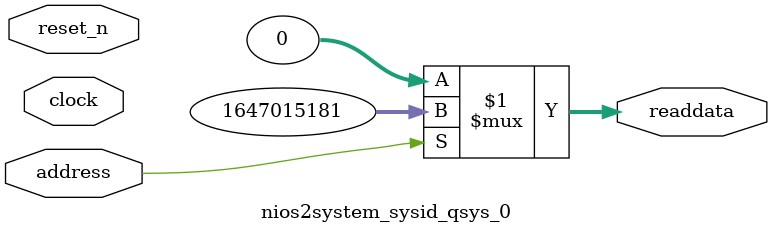
<source format=v>



// synthesis translate_off
`timescale 1ns / 1ps
// synthesis translate_on

// turn off superfluous verilog processor warnings 
// altera message_level Level1 
// altera message_off 10034 10035 10036 10037 10230 10240 10030 

module nios2system_sysid_qsys_0 (
               // inputs:
                address,
                clock,
                reset_n,

               // outputs:
                readdata
             )
;

  output  [ 31: 0] readdata;
  input            address;
  input            clock;
  input            reset_n;

  wire    [ 31: 0] readdata;
  //control_slave, which is an e_avalon_slave
  assign readdata = address ? 1647015181 : 0;

endmodule



</source>
